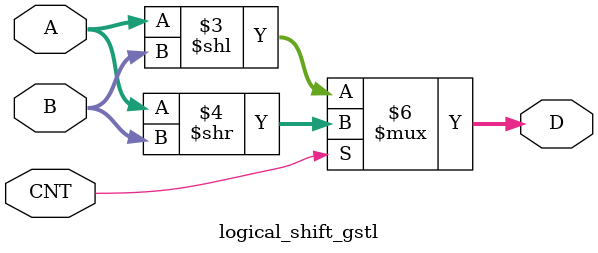
<source format=v>
`timescale 1ns / 1ps

//kolaydý shifteleemnin farklý clocklu versiyonunu 
//forlu yapýsýný araþtýrdým, biraz uzuyo ama okey. 
//sonra onu da tasarlarým. sýkýntý þu niye ilk önce kaydýrma yapýyo
// ki yani okey benim algoritmama göre öyle ama bence ilk önce cnt
// seçlip sonra shiftleemk daha mantýklý, güç kaybý azaltýlýr.
// düþünüce öyle yapmak for loop kullanýlarak yapýabilir. bu da gate saysýsýný tepeye çýkarýyo, so no

module logical_shift_gstl(
    input [7:0] A,
    input CNT,
    input [2:0] B,
    output reg [7:0] D
    );
    
always @(*) begin //içindeki herhangi bir input deðiþince yeniden çalýþmasýný saðlýyormuþ
    if (CNT == 1'b0) begin 
        D = A << B;
    end else begin
        D = A >> B;
    end
end
endmodule

</source>
